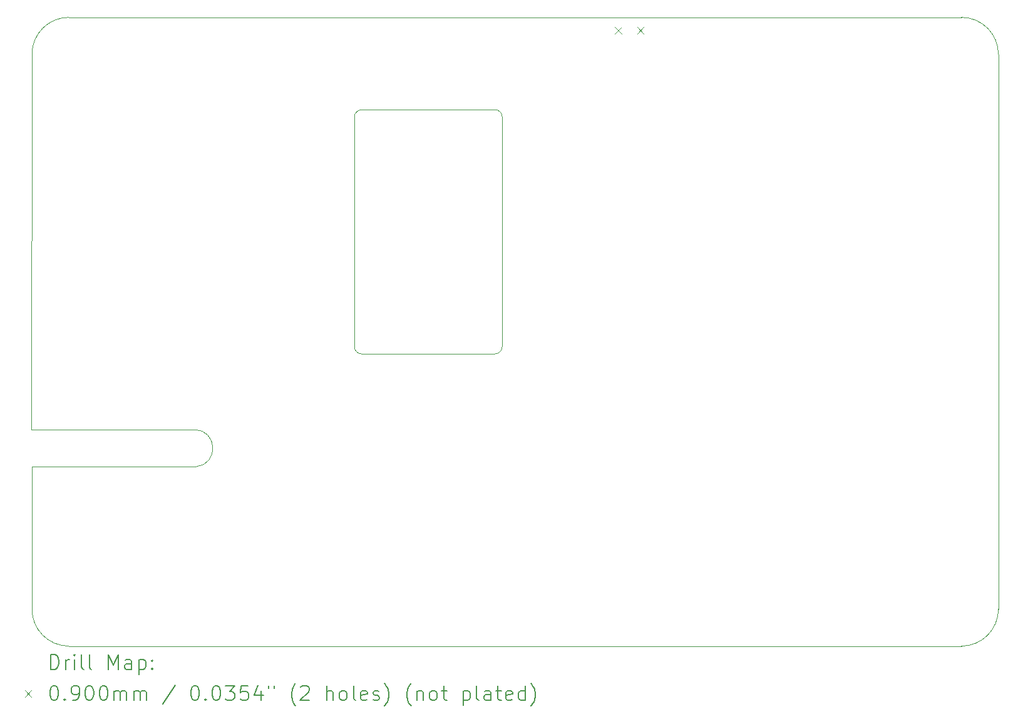
<source format=gbr>
%TF.GenerationSoftware,KiCad,Pcbnew,8.0.6*%
%TF.CreationDate,2024-12-28T02:56:37-05:00*%
%TF.ProjectId,AC_Driver_V2,41435f44-7269-4766-9572-5f56322e6b69,rev?*%
%TF.SameCoordinates,Original*%
%TF.FileFunction,Drillmap*%
%TF.FilePolarity,Positive*%
%FSLAX45Y45*%
G04 Gerber Fmt 4.5, Leading zero omitted, Abs format (unit mm)*
G04 Created by KiCad (PCBNEW 8.0.6) date 2024-12-28 02:56:37*
%MOMM*%
%LPD*%
G01*
G04 APERTURE LIST*
%ADD10C,0.050000*%
%ADD11C,0.200000*%
%ADD12C,0.100000*%
G04 APERTURE END LIST*
D10*
X4675000Y-8573753D02*
G75*
G02*
X4700000Y-9075000I0J-251247D01*
G01*
X2480000Y-11000000D02*
X2480000Y-9075000D01*
X6940000Y-7550000D02*
G75*
G02*
X6840000Y-7450000I0J100000D01*
G01*
X8840000Y-7450000D02*
G75*
G02*
X8740000Y-7550000I-100000J0D01*
G01*
X8740000Y-4250000D02*
G75*
G02*
X8840000Y-4350000I4289J-95711D01*
G01*
X6840000Y-4350000D02*
G75*
G02*
X6940000Y-4250000I100000J0D01*
G01*
X6840000Y-7450000D02*
X6840000Y-4350000D01*
X8740000Y-7550000D02*
X6940000Y-7550000D01*
X8840000Y-4350000D02*
X8840000Y-7450000D01*
X6940000Y-4250000D02*
X8740000Y-4250000D01*
X15550000Y-11000000D02*
X15550000Y-3500000D01*
X2980000Y-11500000D02*
X15050000Y-11500000D01*
X15050000Y-3000000D02*
X2980000Y-3000000D01*
X2980000Y-11500000D02*
G75*
G02*
X2480000Y-11000000I0J500000D01*
G01*
X15550000Y-11000000D02*
G75*
G02*
X15050000Y-11500000I-500000J0D01*
G01*
X15050000Y-3000000D02*
G75*
G02*
X15550000Y-3500000I0J-500000D01*
G01*
X2480000Y-3500000D02*
G75*
G02*
X2980000Y-3000000I500000J0D01*
G01*
X2480000Y-3500000D02*
X2475000Y-8575000D01*
X4675000Y-8573753D02*
X2475000Y-8575000D01*
X2480000Y-9075000D02*
X4700000Y-9075000D01*
D11*
D12*
X10365000Y-3129500D02*
X10455000Y-3219500D01*
X10455000Y-3129500D02*
X10365000Y-3219500D01*
X10665000Y-3129500D02*
X10755000Y-3219500D01*
X10755000Y-3129500D02*
X10665000Y-3219500D01*
D11*
X2733277Y-11813984D02*
X2733277Y-11613984D01*
X2733277Y-11613984D02*
X2780896Y-11613984D01*
X2780896Y-11613984D02*
X2809467Y-11623508D01*
X2809467Y-11623508D02*
X2828515Y-11642555D01*
X2828515Y-11642555D02*
X2838039Y-11661603D01*
X2838039Y-11661603D02*
X2847562Y-11699698D01*
X2847562Y-11699698D02*
X2847562Y-11728269D01*
X2847562Y-11728269D02*
X2838039Y-11766365D01*
X2838039Y-11766365D02*
X2828515Y-11785412D01*
X2828515Y-11785412D02*
X2809467Y-11804460D01*
X2809467Y-11804460D02*
X2780896Y-11813984D01*
X2780896Y-11813984D02*
X2733277Y-11813984D01*
X2933277Y-11813984D02*
X2933277Y-11680650D01*
X2933277Y-11718746D02*
X2942801Y-11699698D01*
X2942801Y-11699698D02*
X2952324Y-11690174D01*
X2952324Y-11690174D02*
X2971372Y-11680650D01*
X2971372Y-11680650D02*
X2990420Y-11680650D01*
X3057086Y-11813984D02*
X3057086Y-11680650D01*
X3057086Y-11613984D02*
X3047562Y-11623508D01*
X3047562Y-11623508D02*
X3057086Y-11633031D01*
X3057086Y-11633031D02*
X3066610Y-11623508D01*
X3066610Y-11623508D02*
X3057086Y-11613984D01*
X3057086Y-11613984D02*
X3057086Y-11633031D01*
X3180896Y-11813984D02*
X3161848Y-11804460D01*
X3161848Y-11804460D02*
X3152324Y-11785412D01*
X3152324Y-11785412D02*
X3152324Y-11613984D01*
X3285658Y-11813984D02*
X3266610Y-11804460D01*
X3266610Y-11804460D02*
X3257086Y-11785412D01*
X3257086Y-11785412D02*
X3257086Y-11613984D01*
X3514229Y-11813984D02*
X3514229Y-11613984D01*
X3514229Y-11613984D02*
X3580896Y-11756841D01*
X3580896Y-11756841D02*
X3647562Y-11613984D01*
X3647562Y-11613984D02*
X3647562Y-11813984D01*
X3828515Y-11813984D02*
X3828515Y-11709222D01*
X3828515Y-11709222D02*
X3818991Y-11690174D01*
X3818991Y-11690174D02*
X3799943Y-11680650D01*
X3799943Y-11680650D02*
X3761848Y-11680650D01*
X3761848Y-11680650D02*
X3742801Y-11690174D01*
X3828515Y-11804460D02*
X3809467Y-11813984D01*
X3809467Y-11813984D02*
X3761848Y-11813984D01*
X3761848Y-11813984D02*
X3742801Y-11804460D01*
X3742801Y-11804460D02*
X3733277Y-11785412D01*
X3733277Y-11785412D02*
X3733277Y-11766365D01*
X3733277Y-11766365D02*
X3742801Y-11747317D01*
X3742801Y-11747317D02*
X3761848Y-11737793D01*
X3761848Y-11737793D02*
X3809467Y-11737793D01*
X3809467Y-11737793D02*
X3828515Y-11728269D01*
X3923753Y-11680650D02*
X3923753Y-11880650D01*
X3923753Y-11690174D02*
X3942801Y-11680650D01*
X3942801Y-11680650D02*
X3980896Y-11680650D01*
X3980896Y-11680650D02*
X3999943Y-11690174D01*
X3999943Y-11690174D02*
X4009467Y-11699698D01*
X4009467Y-11699698D02*
X4018991Y-11718746D01*
X4018991Y-11718746D02*
X4018991Y-11775888D01*
X4018991Y-11775888D02*
X4009467Y-11794936D01*
X4009467Y-11794936D02*
X3999943Y-11804460D01*
X3999943Y-11804460D02*
X3980896Y-11813984D01*
X3980896Y-11813984D02*
X3942801Y-11813984D01*
X3942801Y-11813984D02*
X3923753Y-11804460D01*
X4104705Y-11794936D02*
X4114229Y-11804460D01*
X4114229Y-11804460D02*
X4104705Y-11813984D01*
X4104705Y-11813984D02*
X4095182Y-11804460D01*
X4095182Y-11804460D02*
X4104705Y-11794936D01*
X4104705Y-11794936D02*
X4104705Y-11813984D01*
X4104705Y-11690174D02*
X4114229Y-11699698D01*
X4114229Y-11699698D02*
X4104705Y-11709222D01*
X4104705Y-11709222D02*
X4095182Y-11699698D01*
X4095182Y-11699698D02*
X4104705Y-11690174D01*
X4104705Y-11690174D02*
X4104705Y-11709222D01*
D12*
X2382500Y-12097500D02*
X2472500Y-12187500D01*
X2472500Y-12097500D02*
X2382500Y-12187500D01*
D11*
X2771372Y-12033984D02*
X2790420Y-12033984D01*
X2790420Y-12033984D02*
X2809467Y-12043508D01*
X2809467Y-12043508D02*
X2818991Y-12053031D01*
X2818991Y-12053031D02*
X2828515Y-12072079D01*
X2828515Y-12072079D02*
X2838039Y-12110174D01*
X2838039Y-12110174D02*
X2838039Y-12157793D01*
X2838039Y-12157793D02*
X2828515Y-12195888D01*
X2828515Y-12195888D02*
X2818991Y-12214936D01*
X2818991Y-12214936D02*
X2809467Y-12224460D01*
X2809467Y-12224460D02*
X2790420Y-12233984D01*
X2790420Y-12233984D02*
X2771372Y-12233984D01*
X2771372Y-12233984D02*
X2752324Y-12224460D01*
X2752324Y-12224460D02*
X2742801Y-12214936D01*
X2742801Y-12214936D02*
X2733277Y-12195888D01*
X2733277Y-12195888D02*
X2723753Y-12157793D01*
X2723753Y-12157793D02*
X2723753Y-12110174D01*
X2723753Y-12110174D02*
X2733277Y-12072079D01*
X2733277Y-12072079D02*
X2742801Y-12053031D01*
X2742801Y-12053031D02*
X2752324Y-12043508D01*
X2752324Y-12043508D02*
X2771372Y-12033984D01*
X2923753Y-12214936D02*
X2933277Y-12224460D01*
X2933277Y-12224460D02*
X2923753Y-12233984D01*
X2923753Y-12233984D02*
X2914229Y-12224460D01*
X2914229Y-12224460D02*
X2923753Y-12214936D01*
X2923753Y-12214936D02*
X2923753Y-12233984D01*
X3028515Y-12233984D02*
X3066610Y-12233984D01*
X3066610Y-12233984D02*
X3085658Y-12224460D01*
X3085658Y-12224460D02*
X3095182Y-12214936D01*
X3095182Y-12214936D02*
X3114229Y-12186365D01*
X3114229Y-12186365D02*
X3123753Y-12148269D01*
X3123753Y-12148269D02*
X3123753Y-12072079D01*
X3123753Y-12072079D02*
X3114229Y-12053031D01*
X3114229Y-12053031D02*
X3104705Y-12043508D01*
X3104705Y-12043508D02*
X3085658Y-12033984D01*
X3085658Y-12033984D02*
X3047562Y-12033984D01*
X3047562Y-12033984D02*
X3028515Y-12043508D01*
X3028515Y-12043508D02*
X3018991Y-12053031D01*
X3018991Y-12053031D02*
X3009467Y-12072079D01*
X3009467Y-12072079D02*
X3009467Y-12119698D01*
X3009467Y-12119698D02*
X3018991Y-12138746D01*
X3018991Y-12138746D02*
X3028515Y-12148269D01*
X3028515Y-12148269D02*
X3047562Y-12157793D01*
X3047562Y-12157793D02*
X3085658Y-12157793D01*
X3085658Y-12157793D02*
X3104705Y-12148269D01*
X3104705Y-12148269D02*
X3114229Y-12138746D01*
X3114229Y-12138746D02*
X3123753Y-12119698D01*
X3247562Y-12033984D02*
X3266610Y-12033984D01*
X3266610Y-12033984D02*
X3285658Y-12043508D01*
X3285658Y-12043508D02*
X3295182Y-12053031D01*
X3295182Y-12053031D02*
X3304705Y-12072079D01*
X3304705Y-12072079D02*
X3314229Y-12110174D01*
X3314229Y-12110174D02*
X3314229Y-12157793D01*
X3314229Y-12157793D02*
X3304705Y-12195888D01*
X3304705Y-12195888D02*
X3295182Y-12214936D01*
X3295182Y-12214936D02*
X3285658Y-12224460D01*
X3285658Y-12224460D02*
X3266610Y-12233984D01*
X3266610Y-12233984D02*
X3247562Y-12233984D01*
X3247562Y-12233984D02*
X3228515Y-12224460D01*
X3228515Y-12224460D02*
X3218991Y-12214936D01*
X3218991Y-12214936D02*
X3209467Y-12195888D01*
X3209467Y-12195888D02*
X3199943Y-12157793D01*
X3199943Y-12157793D02*
X3199943Y-12110174D01*
X3199943Y-12110174D02*
X3209467Y-12072079D01*
X3209467Y-12072079D02*
X3218991Y-12053031D01*
X3218991Y-12053031D02*
X3228515Y-12043508D01*
X3228515Y-12043508D02*
X3247562Y-12033984D01*
X3438039Y-12033984D02*
X3457086Y-12033984D01*
X3457086Y-12033984D02*
X3476134Y-12043508D01*
X3476134Y-12043508D02*
X3485658Y-12053031D01*
X3485658Y-12053031D02*
X3495182Y-12072079D01*
X3495182Y-12072079D02*
X3504705Y-12110174D01*
X3504705Y-12110174D02*
X3504705Y-12157793D01*
X3504705Y-12157793D02*
X3495182Y-12195888D01*
X3495182Y-12195888D02*
X3485658Y-12214936D01*
X3485658Y-12214936D02*
X3476134Y-12224460D01*
X3476134Y-12224460D02*
X3457086Y-12233984D01*
X3457086Y-12233984D02*
X3438039Y-12233984D01*
X3438039Y-12233984D02*
X3418991Y-12224460D01*
X3418991Y-12224460D02*
X3409467Y-12214936D01*
X3409467Y-12214936D02*
X3399943Y-12195888D01*
X3399943Y-12195888D02*
X3390420Y-12157793D01*
X3390420Y-12157793D02*
X3390420Y-12110174D01*
X3390420Y-12110174D02*
X3399943Y-12072079D01*
X3399943Y-12072079D02*
X3409467Y-12053031D01*
X3409467Y-12053031D02*
X3418991Y-12043508D01*
X3418991Y-12043508D02*
X3438039Y-12033984D01*
X3590420Y-12233984D02*
X3590420Y-12100650D01*
X3590420Y-12119698D02*
X3599943Y-12110174D01*
X3599943Y-12110174D02*
X3618991Y-12100650D01*
X3618991Y-12100650D02*
X3647563Y-12100650D01*
X3647563Y-12100650D02*
X3666610Y-12110174D01*
X3666610Y-12110174D02*
X3676134Y-12129222D01*
X3676134Y-12129222D02*
X3676134Y-12233984D01*
X3676134Y-12129222D02*
X3685658Y-12110174D01*
X3685658Y-12110174D02*
X3704705Y-12100650D01*
X3704705Y-12100650D02*
X3733277Y-12100650D01*
X3733277Y-12100650D02*
X3752324Y-12110174D01*
X3752324Y-12110174D02*
X3761848Y-12129222D01*
X3761848Y-12129222D02*
X3761848Y-12233984D01*
X3857086Y-12233984D02*
X3857086Y-12100650D01*
X3857086Y-12119698D02*
X3866610Y-12110174D01*
X3866610Y-12110174D02*
X3885658Y-12100650D01*
X3885658Y-12100650D02*
X3914229Y-12100650D01*
X3914229Y-12100650D02*
X3933277Y-12110174D01*
X3933277Y-12110174D02*
X3942801Y-12129222D01*
X3942801Y-12129222D02*
X3942801Y-12233984D01*
X3942801Y-12129222D02*
X3952324Y-12110174D01*
X3952324Y-12110174D02*
X3971372Y-12100650D01*
X3971372Y-12100650D02*
X3999943Y-12100650D01*
X3999943Y-12100650D02*
X4018991Y-12110174D01*
X4018991Y-12110174D02*
X4028515Y-12129222D01*
X4028515Y-12129222D02*
X4028515Y-12233984D01*
X4418991Y-12024460D02*
X4247563Y-12281603D01*
X4676134Y-12033984D02*
X4695182Y-12033984D01*
X4695182Y-12033984D02*
X4714229Y-12043508D01*
X4714229Y-12043508D02*
X4723753Y-12053031D01*
X4723753Y-12053031D02*
X4733277Y-12072079D01*
X4733277Y-12072079D02*
X4742801Y-12110174D01*
X4742801Y-12110174D02*
X4742801Y-12157793D01*
X4742801Y-12157793D02*
X4733277Y-12195888D01*
X4733277Y-12195888D02*
X4723753Y-12214936D01*
X4723753Y-12214936D02*
X4714229Y-12224460D01*
X4714229Y-12224460D02*
X4695182Y-12233984D01*
X4695182Y-12233984D02*
X4676134Y-12233984D01*
X4676134Y-12233984D02*
X4657087Y-12224460D01*
X4657087Y-12224460D02*
X4647563Y-12214936D01*
X4647563Y-12214936D02*
X4638039Y-12195888D01*
X4638039Y-12195888D02*
X4628515Y-12157793D01*
X4628515Y-12157793D02*
X4628515Y-12110174D01*
X4628515Y-12110174D02*
X4638039Y-12072079D01*
X4638039Y-12072079D02*
X4647563Y-12053031D01*
X4647563Y-12053031D02*
X4657087Y-12043508D01*
X4657087Y-12043508D02*
X4676134Y-12033984D01*
X4828515Y-12214936D02*
X4838039Y-12224460D01*
X4838039Y-12224460D02*
X4828515Y-12233984D01*
X4828515Y-12233984D02*
X4818991Y-12224460D01*
X4818991Y-12224460D02*
X4828515Y-12214936D01*
X4828515Y-12214936D02*
X4828515Y-12233984D01*
X4961848Y-12033984D02*
X4980896Y-12033984D01*
X4980896Y-12033984D02*
X4999944Y-12043508D01*
X4999944Y-12043508D02*
X5009468Y-12053031D01*
X5009468Y-12053031D02*
X5018991Y-12072079D01*
X5018991Y-12072079D02*
X5028515Y-12110174D01*
X5028515Y-12110174D02*
X5028515Y-12157793D01*
X5028515Y-12157793D02*
X5018991Y-12195888D01*
X5018991Y-12195888D02*
X5009468Y-12214936D01*
X5009468Y-12214936D02*
X4999944Y-12224460D01*
X4999944Y-12224460D02*
X4980896Y-12233984D01*
X4980896Y-12233984D02*
X4961848Y-12233984D01*
X4961848Y-12233984D02*
X4942801Y-12224460D01*
X4942801Y-12224460D02*
X4933277Y-12214936D01*
X4933277Y-12214936D02*
X4923753Y-12195888D01*
X4923753Y-12195888D02*
X4914229Y-12157793D01*
X4914229Y-12157793D02*
X4914229Y-12110174D01*
X4914229Y-12110174D02*
X4923753Y-12072079D01*
X4923753Y-12072079D02*
X4933277Y-12053031D01*
X4933277Y-12053031D02*
X4942801Y-12043508D01*
X4942801Y-12043508D02*
X4961848Y-12033984D01*
X5095182Y-12033984D02*
X5218991Y-12033984D01*
X5218991Y-12033984D02*
X5152325Y-12110174D01*
X5152325Y-12110174D02*
X5180896Y-12110174D01*
X5180896Y-12110174D02*
X5199944Y-12119698D01*
X5199944Y-12119698D02*
X5209468Y-12129222D01*
X5209468Y-12129222D02*
X5218991Y-12148269D01*
X5218991Y-12148269D02*
X5218991Y-12195888D01*
X5218991Y-12195888D02*
X5209468Y-12214936D01*
X5209468Y-12214936D02*
X5199944Y-12224460D01*
X5199944Y-12224460D02*
X5180896Y-12233984D01*
X5180896Y-12233984D02*
X5123753Y-12233984D01*
X5123753Y-12233984D02*
X5104706Y-12224460D01*
X5104706Y-12224460D02*
X5095182Y-12214936D01*
X5399944Y-12033984D02*
X5304706Y-12033984D01*
X5304706Y-12033984D02*
X5295182Y-12129222D01*
X5295182Y-12129222D02*
X5304706Y-12119698D01*
X5304706Y-12119698D02*
X5323753Y-12110174D01*
X5323753Y-12110174D02*
X5371372Y-12110174D01*
X5371372Y-12110174D02*
X5390420Y-12119698D01*
X5390420Y-12119698D02*
X5399944Y-12129222D01*
X5399944Y-12129222D02*
X5409468Y-12148269D01*
X5409468Y-12148269D02*
X5409468Y-12195888D01*
X5409468Y-12195888D02*
X5399944Y-12214936D01*
X5399944Y-12214936D02*
X5390420Y-12224460D01*
X5390420Y-12224460D02*
X5371372Y-12233984D01*
X5371372Y-12233984D02*
X5323753Y-12233984D01*
X5323753Y-12233984D02*
X5304706Y-12224460D01*
X5304706Y-12224460D02*
X5295182Y-12214936D01*
X5580896Y-12100650D02*
X5580896Y-12233984D01*
X5533277Y-12024460D02*
X5485658Y-12167317D01*
X5485658Y-12167317D02*
X5609467Y-12167317D01*
X5676134Y-12033984D02*
X5676134Y-12072079D01*
X5752325Y-12033984D02*
X5752325Y-12072079D01*
X6047563Y-12310174D02*
X6038039Y-12300650D01*
X6038039Y-12300650D02*
X6018991Y-12272079D01*
X6018991Y-12272079D02*
X6009468Y-12253031D01*
X6009468Y-12253031D02*
X5999944Y-12224460D01*
X5999944Y-12224460D02*
X5990420Y-12176841D01*
X5990420Y-12176841D02*
X5990420Y-12138746D01*
X5990420Y-12138746D02*
X5999944Y-12091127D01*
X5999944Y-12091127D02*
X6009468Y-12062555D01*
X6009468Y-12062555D02*
X6018991Y-12043508D01*
X6018991Y-12043508D02*
X6038039Y-12014936D01*
X6038039Y-12014936D02*
X6047563Y-12005412D01*
X6114229Y-12053031D02*
X6123753Y-12043508D01*
X6123753Y-12043508D02*
X6142801Y-12033984D01*
X6142801Y-12033984D02*
X6190420Y-12033984D01*
X6190420Y-12033984D02*
X6209468Y-12043508D01*
X6209468Y-12043508D02*
X6218991Y-12053031D01*
X6218991Y-12053031D02*
X6228515Y-12072079D01*
X6228515Y-12072079D02*
X6228515Y-12091127D01*
X6228515Y-12091127D02*
X6218991Y-12119698D01*
X6218991Y-12119698D02*
X6104706Y-12233984D01*
X6104706Y-12233984D02*
X6228515Y-12233984D01*
X6466610Y-12233984D02*
X6466610Y-12033984D01*
X6552325Y-12233984D02*
X6552325Y-12129222D01*
X6552325Y-12129222D02*
X6542801Y-12110174D01*
X6542801Y-12110174D02*
X6523753Y-12100650D01*
X6523753Y-12100650D02*
X6495182Y-12100650D01*
X6495182Y-12100650D02*
X6476134Y-12110174D01*
X6476134Y-12110174D02*
X6466610Y-12119698D01*
X6676134Y-12233984D02*
X6657087Y-12224460D01*
X6657087Y-12224460D02*
X6647563Y-12214936D01*
X6647563Y-12214936D02*
X6638039Y-12195888D01*
X6638039Y-12195888D02*
X6638039Y-12138746D01*
X6638039Y-12138746D02*
X6647563Y-12119698D01*
X6647563Y-12119698D02*
X6657087Y-12110174D01*
X6657087Y-12110174D02*
X6676134Y-12100650D01*
X6676134Y-12100650D02*
X6704706Y-12100650D01*
X6704706Y-12100650D02*
X6723753Y-12110174D01*
X6723753Y-12110174D02*
X6733277Y-12119698D01*
X6733277Y-12119698D02*
X6742801Y-12138746D01*
X6742801Y-12138746D02*
X6742801Y-12195888D01*
X6742801Y-12195888D02*
X6733277Y-12214936D01*
X6733277Y-12214936D02*
X6723753Y-12224460D01*
X6723753Y-12224460D02*
X6704706Y-12233984D01*
X6704706Y-12233984D02*
X6676134Y-12233984D01*
X6857087Y-12233984D02*
X6838039Y-12224460D01*
X6838039Y-12224460D02*
X6828515Y-12205412D01*
X6828515Y-12205412D02*
X6828515Y-12033984D01*
X7009468Y-12224460D02*
X6990420Y-12233984D01*
X6990420Y-12233984D02*
X6952325Y-12233984D01*
X6952325Y-12233984D02*
X6933277Y-12224460D01*
X6933277Y-12224460D02*
X6923753Y-12205412D01*
X6923753Y-12205412D02*
X6923753Y-12129222D01*
X6923753Y-12129222D02*
X6933277Y-12110174D01*
X6933277Y-12110174D02*
X6952325Y-12100650D01*
X6952325Y-12100650D02*
X6990420Y-12100650D01*
X6990420Y-12100650D02*
X7009468Y-12110174D01*
X7009468Y-12110174D02*
X7018991Y-12129222D01*
X7018991Y-12129222D02*
X7018991Y-12148269D01*
X7018991Y-12148269D02*
X6923753Y-12167317D01*
X7095182Y-12224460D02*
X7114230Y-12233984D01*
X7114230Y-12233984D02*
X7152325Y-12233984D01*
X7152325Y-12233984D02*
X7171372Y-12224460D01*
X7171372Y-12224460D02*
X7180896Y-12205412D01*
X7180896Y-12205412D02*
X7180896Y-12195888D01*
X7180896Y-12195888D02*
X7171372Y-12176841D01*
X7171372Y-12176841D02*
X7152325Y-12167317D01*
X7152325Y-12167317D02*
X7123753Y-12167317D01*
X7123753Y-12167317D02*
X7104706Y-12157793D01*
X7104706Y-12157793D02*
X7095182Y-12138746D01*
X7095182Y-12138746D02*
X7095182Y-12129222D01*
X7095182Y-12129222D02*
X7104706Y-12110174D01*
X7104706Y-12110174D02*
X7123753Y-12100650D01*
X7123753Y-12100650D02*
X7152325Y-12100650D01*
X7152325Y-12100650D02*
X7171372Y-12110174D01*
X7247563Y-12310174D02*
X7257087Y-12300650D01*
X7257087Y-12300650D02*
X7276134Y-12272079D01*
X7276134Y-12272079D02*
X7285658Y-12253031D01*
X7285658Y-12253031D02*
X7295182Y-12224460D01*
X7295182Y-12224460D02*
X7304706Y-12176841D01*
X7304706Y-12176841D02*
X7304706Y-12138746D01*
X7304706Y-12138746D02*
X7295182Y-12091127D01*
X7295182Y-12091127D02*
X7285658Y-12062555D01*
X7285658Y-12062555D02*
X7276134Y-12043508D01*
X7276134Y-12043508D02*
X7257087Y-12014936D01*
X7257087Y-12014936D02*
X7247563Y-12005412D01*
X7609468Y-12310174D02*
X7599944Y-12300650D01*
X7599944Y-12300650D02*
X7580896Y-12272079D01*
X7580896Y-12272079D02*
X7571372Y-12253031D01*
X7571372Y-12253031D02*
X7561849Y-12224460D01*
X7561849Y-12224460D02*
X7552325Y-12176841D01*
X7552325Y-12176841D02*
X7552325Y-12138746D01*
X7552325Y-12138746D02*
X7561849Y-12091127D01*
X7561849Y-12091127D02*
X7571372Y-12062555D01*
X7571372Y-12062555D02*
X7580896Y-12043508D01*
X7580896Y-12043508D02*
X7599944Y-12014936D01*
X7599944Y-12014936D02*
X7609468Y-12005412D01*
X7685658Y-12100650D02*
X7685658Y-12233984D01*
X7685658Y-12119698D02*
X7695182Y-12110174D01*
X7695182Y-12110174D02*
X7714230Y-12100650D01*
X7714230Y-12100650D02*
X7742801Y-12100650D01*
X7742801Y-12100650D02*
X7761849Y-12110174D01*
X7761849Y-12110174D02*
X7771372Y-12129222D01*
X7771372Y-12129222D02*
X7771372Y-12233984D01*
X7895182Y-12233984D02*
X7876134Y-12224460D01*
X7876134Y-12224460D02*
X7866611Y-12214936D01*
X7866611Y-12214936D02*
X7857087Y-12195888D01*
X7857087Y-12195888D02*
X7857087Y-12138746D01*
X7857087Y-12138746D02*
X7866611Y-12119698D01*
X7866611Y-12119698D02*
X7876134Y-12110174D01*
X7876134Y-12110174D02*
X7895182Y-12100650D01*
X7895182Y-12100650D02*
X7923753Y-12100650D01*
X7923753Y-12100650D02*
X7942801Y-12110174D01*
X7942801Y-12110174D02*
X7952325Y-12119698D01*
X7952325Y-12119698D02*
X7961849Y-12138746D01*
X7961849Y-12138746D02*
X7961849Y-12195888D01*
X7961849Y-12195888D02*
X7952325Y-12214936D01*
X7952325Y-12214936D02*
X7942801Y-12224460D01*
X7942801Y-12224460D02*
X7923753Y-12233984D01*
X7923753Y-12233984D02*
X7895182Y-12233984D01*
X8018992Y-12100650D02*
X8095182Y-12100650D01*
X8047563Y-12033984D02*
X8047563Y-12205412D01*
X8047563Y-12205412D02*
X8057087Y-12224460D01*
X8057087Y-12224460D02*
X8076134Y-12233984D01*
X8076134Y-12233984D02*
X8095182Y-12233984D01*
X8314230Y-12100650D02*
X8314230Y-12300650D01*
X8314230Y-12110174D02*
X8333277Y-12100650D01*
X8333277Y-12100650D02*
X8371373Y-12100650D01*
X8371373Y-12100650D02*
X8390420Y-12110174D01*
X8390420Y-12110174D02*
X8399944Y-12119698D01*
X8399944Y-12119698D02*
X8409468Y-12138746D01*
X8409468Y-12138746D02*
X8409468Y-12195888D01*
X8409468Y-12195888D02*
X8399944Y-12214936D01*
X8399944Y-12214936D02*
X8390420Y-12224460D01*
X8390420Y-12224460D02*
X8371373Y-12233984D01*
X8371373Y-12233984D02*
X8333277Y-12233984D01*
X8333277Y-12233984D02*
X8314230Y-12224460D01*
X8523754Y-12233984D02*
X8504706Y-12224460D01*
X8504706Y-12224460D02*
X8495182Y-12205412D01*
X8495182Y-12205412D02*
X8495182Y-12033984D01*
X8685658Y-12233984D02*
X8685658Y-12129222D01*
X8685658Y-12129222D02*
X8676135Y-12110174D01*
X8676135Y-12110174D02*
X8657087Y-12100650D01*
X8657087Y-12100650D02*
X8618992Y-12100650D01*
X8618992Y-12100650D02*
X8599944Y-12110174D01*
X8685658Y-12224460D02*
X8666611Y-12233984D01*
X8666611Y-12233984D02*
X8618992Y-12233984D01*
X8618992Y-12233984D02*
X8599944Y-12224460D01*
X8599944Y-12224460D02*
X8590420Y-12205412D01*
X8590420Y-12205412D02*
X8590420Y-12186365D01*
X8590420Y-12186365D02*
X8599944Y-12167317D01*
X8599944Y-12167317D02*
X8618992Y-12157793D01*
X8618992Y-12157793D02*
X8666611Y-12157793D01*
X8666611Y-12157793D02*
X8685658Y-12148269D01*
X8752325Y-12100650D02*
X8828515Y-12100650D01*
X8780896Y-12033984D02*
X8780896Y-12205412D01*
X8780896Y-12205412D02*
X8790420Y-12224460D01*
X8790420Y-12224460D02*
X8809468Y-12233984D01*
X8809468Y-12233984D02*
X8828515Y-12233984D01*
X8971373Y-12224460D02*
X8952325Y-12233984D01*
X8952325Y-12233984D02*
X8914230Y-12233984D01*
X8914230Y-12233984D02*
X8895182Y-12224460D01*
X8895182Y-12224460D02*
X8885658Y-12205412D01*
X8885658Y-12205412D02*
X8885658Y-12129222D01*
X8885658Y-12129222D02*
X8895182Y-12110174D01*
X8895182Y-12110174D02*
X8914230Y-12100650D01*
X8914230Y-12100650D02*
X8952325Y-12100650D01*
X8952325Y-12100650D02*
X8971373Y-12110174D01*
X8971373Y-12110174D02*
X8980896Y-12129222D01*
X8980896Y-12129222D02*
X8980896Y-12148269D01*
X8980896Y-12148269D02*
X8885658Y-12167317D01*
X9152325Y-12233984D02*
X9152325Y-12033984D01*
X9152325Y-12224460D02*
X9133277Y-12233984D01*
X9133277Y-12233984D02*
X9095182Y-12233984D01*
X9095182Y-12233984D02*
X9076135Y-12224460D01*
X9076135Y-12224460D02*
X9066611Y-12214936D01*
X9066611Y-12214936D02*
X9057087Y-12195888D01*
X9057087Y-12195888D02*
X9057087Y-12138746D01*
X9057087Y-12138746D02*
X9066611Y-12119698D01*
X9066611Y-12119698D02*
X9076135Y-12110174D01*
X9076135Y-12110174D02*
X9095182Y-12100650D01*
X9095182Y-12100650D02*
X9133277Y-12100650D01*
X9133277Y-12100650D02*
X9152325Y-12110174D01*
X9228516Y-12310174D02*
X9238039Y-12300650D01*
X9238039Y-12300650D02*
X9257087Y-12272079D01*
X9257087Y-12272079D02*
X9266611Y-12253031D01*
X9266611Y-12253031D02*
X9276135Y-12224460D01*
X9276135Y-12224460D02*
X9285658Y-12176841D01*
X9285658Y-12176841D02*
X9285658Y-12138746D01*
X9285658Y-12138746D02*
X9276135Y-12091127D01*
X9276135Y-12091127D02*
X9266611Y-12062555D01*
X9266611Y-12062555D02*
X9257087Y-12043508D01*
X9257087Y-12043508D02*
X9238039Y-12014936D01*
X9238039Y-12014936D02*
X9228516Y-12005412D01*
M02*

</source>
